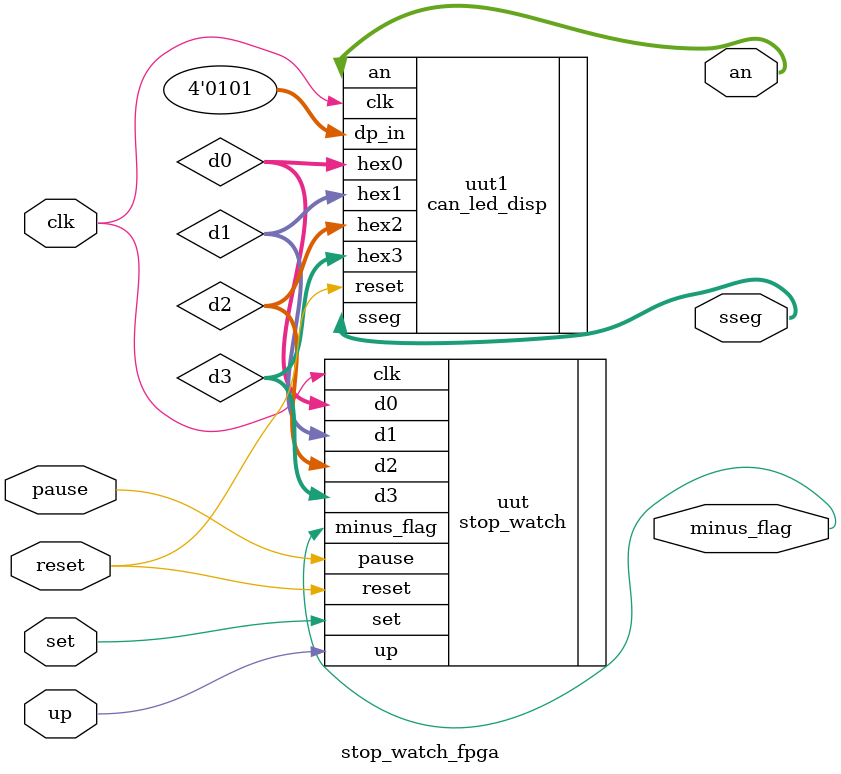
<source format=v>
module stop_watch_fpga(
    input clk,
    input reset,
    input set,
    input pause,
    input up,
    output [3:0] an,
    output [7:0] sseg,
    output minus_flag
);
wire [3:0] d3,d2,d1,d0;

stop_watch  uut (.clk(clk),.reset(reset),.set(set),.pause(pause),.up(up),.d3(d3),.d2(d2),.d1(d1),.d0(d0),.minus_flag(minus_flag));
can_led_disp uut1 (.clk(clk),.reset(reset),.hex3(d3),.hex2(d2),.hex1(d1),.hex0(d0),.dp_in(4'b0101),.an(an),.sseg(sseg));
endmodule
</source>
